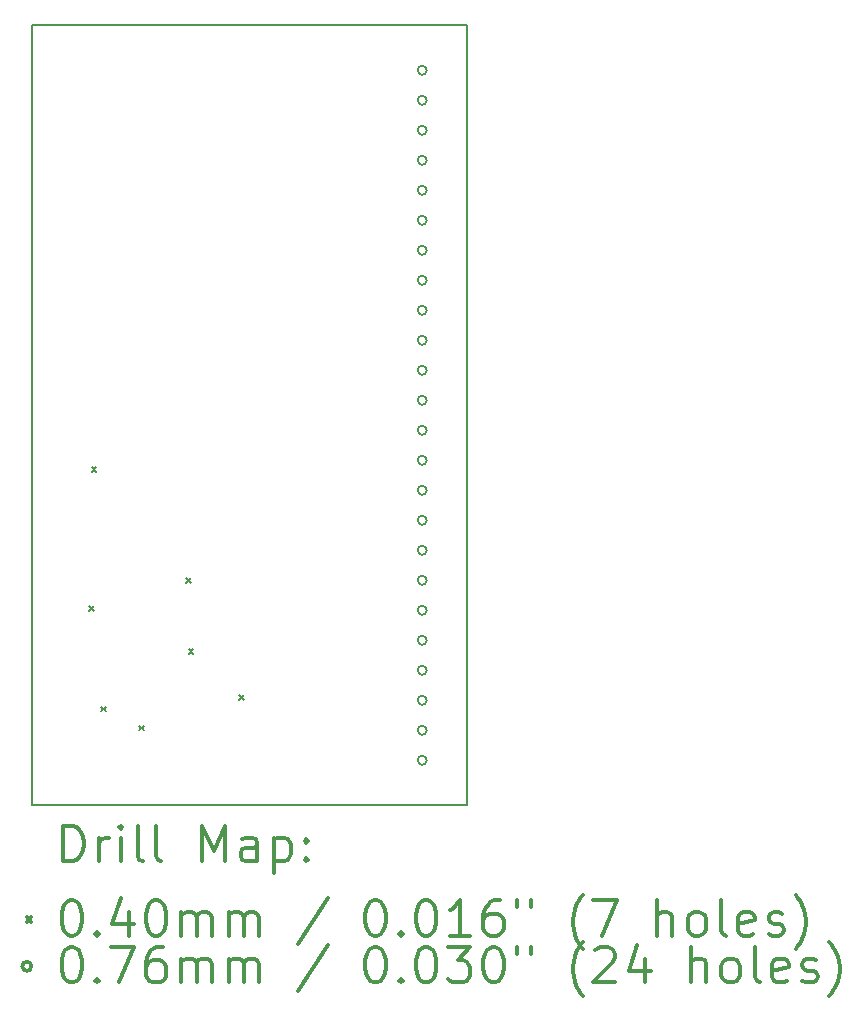
<source format=gbr>
%FSLAX45Y45*%
G04 Gerber Fmt 4.5, Leading zero omitted, Abs format (unit mm)*
G04 Created by KiCad (PCBNEW 4.0.7) date 09/10/19 22:44:37*
%MOMM*%
%LPD*%
G01*
G04 APERTURE LIST*
%ADD10C,0.127000*%
%ADD11C,0.150000*%
%ADD12C,0.200000*%
%ADD13C,0.300000*%
G04 APERTURE END LIST*
D10*
D11*
X12446000Y-5461000D02*
X12446000Y-12065000D01*
X16129000Y-5461000D02*
X12446000Y-5461000D01*
X16129000Y-12065000D02*
X12446000Y-12065000D01*
X16129000Y-5461000D02*
X16129000Y-12065000D01*
D12*
X12930000Y-10380000D02*
X12970000Y-10420000D01*
X12970000Y-10380000D02*
X12930000Y-10420000D01*
X12950000Y-9200000D02*
X12990000Y-9240000D01*
X12990000Y-9200000D02*
X12950000Y-9240000D01*
X13030000Y-11230000D02*
X13070000Y-11270000D01*
X13070000Y-11230000D02*
X13030000Y-11270000D01*
X13350000Y-11390000D02*
X13390000Y-11430000D01*
X13390000Y-11390000D02*
X13350000Y-11430000D01*
X13750000Y-10140000D02*
X13790000Y-10180000D01*
X13790000Y-10140000D02*
X13750000Y-10180000D01*
X13770000Y-10740000D02*
X13810000Y-10780000D01*
X13810000Y-10740000D02*
X13770000Y-10780000D01*
X14200000Y-11130000D02*
X14240000Y-11170000D01*
X14240000Y-11130000D02*
X14200000Y-11170000D01*
X15786100Y-5842000D02*
G75*
G03X15786100Y-5842000I-38100J0D01*
G01*
X15786100Y-6096000D02*
G75*
G03X15786100Y-6096000I-38100J0D01*
G01*
X15786100Y-6350000D02*
G75*
G03X15786100Y-6350000I-38100J0D01*
G01*
X15786100Y-6604000D02*
G75*
G03X15786100Y-6604000I-38100J0D01*
G01*
X15786100Y-6858000D02*
G75*
G03X15786100Y-6858000I-38100J0D01*
G01*
X15786100Y-7112000D02*
G75*
G03X15786100Y-7112000I-38100J0D01*
G01*
X15786100Y-7366000D02*
G75*
G03X15786100Y-7366000I-38100J0D01*
G01*
X15786100Y-7620000D02*
G75*
G03X15786100Y-7620000I-38100J0D01*
G01*
X15786100Y-7874000D02*
G75*
G03X15786100Y-7874000I-38100J0D01*
G01*
X15786100Y-8128000D02*
G75*
G03X15786100Y-8128000I-38100J0D01*
G01*
X15786100Y-8382000D02*
G75*
G03X15786100Y-8382000I-38100J0D01*
G01*
X15786100Y-8636000D02*
G75*
G03X15786100Y-8636000I-38100J0D01*
G01*
X15786100Y-8890000D02*
G75*
G03X15786100Y-8890000I-38100J0D01*
G01*
X15786100Y-9144000D02*
G75*
G03X15786100Y-9144000I-38100J0D01*
G01*
X15786100Y-9398000D02*
G75*
G03X15786100Y-9398000I-38100J0D01*
G01*
X15786100Y-9652000D02*
G75*
G03X15786100Y-9652000I-38100J0D01*
G01*
X15786100Y-9906000D02*
G75*
G03X15786100Y-9906000I-38100J0D01*
G01*
X15786100Y-10160000D02*
G75*
G03X15786100Y-10160000I-38100J0D01*
G01*
X15786100Y-10414000D02*
G75*
G03X15786100Y-10414000I-38100J0D01*
G01*
X15786100Y-10668000D02*
G75*
G03X15786100Y-10668000I-38100J0D01*
G01*
X15786100Y-10922000D02*
G75*
G03X15786100Y-10922000I-38100J0D01*
G01*
X15786100Y-11176000D02*
G75*
G03X15786100Y-11176000I-38100J0D01*
G01*
X15786100Y-11430000D02*
G75*
G03X15786100Y-11430000I-38100J0D01*
G01*
X15786100Y-11684000D02*
G75*
G03X15786100Y-11684000I-38100J0D01*
G01*
D13*
X12709928Y-12538214D02*
X12709928Y-12238214D01*
X12781357Y-12238214D01*
X12824214Y-12252500D01*
X12852786Y-12281071D01*
X12867071Y-12309643D01*
X12881357Y-12366786D01*
X12881357Y-12409643D01*
X12867071Y-12466786D01*
X12852786Y-12495357D01*
X12824214Y-12523929D01*
X12781357Y-12538214D01*
X12709928Y-12538214D01*
X13009928Y-12538214D02*
X13009928Y-12338214D01*
X13009928Y-12395357D02*
X13024214Y-12366786D01*
X13038500Y-12352500D01*
X13067071Y-12338214D01*
X13095643Y-12338214D01*
X13195643Y-12538214D02*
X13195643Y-12338214D01*
X13195643Y-12238214D02*
X13181357Y-12252500D01*
X13195643Y-12266786D01*
X13209928Y-12252500D01*
X13195643Y-12238214D01*
X13195643Y-12266786D01*
X13381357Y-12538214D02*
X13352786Y-12523929D01*
X13338500Y-12495357D01*
X13338500Y-12238214D01*
X13538500Y-12538214D02*
X13509928Y-12523929D01*
X13495643Y-12495357D01*
X13495643Y-12238214D01*
X13881357Y-12538214D02*
X13881357Y-12238214D01*
X13981357Y-12452500D01*
X14081357Y-12238214D01*
X14081357Y-12538214D01*
X14352786Y-12538214D02*
X14352786Y-12381071D01*
X14338500Y-12352500D01*
X14309928Y-12338214D01*
X14252786Y-12338214D01*
X14224214Y-12352500D01*
X14352786Y-12523929D02*
X14324214Y-12538214D01*
X14252786Y-12538214D01*
X14224214Y-12523929D01*
X14209928Y-12495357D01*
X14209928Y-12466786D01*
X14224214Y-12438214D01*
X14252786Y-12423929D01*
X14324214Y-12423929D01*
X14352786Y-12409643D01*
X14495643Y-12338214D02*
X14495643Y-12638214D01*
X14495643Y-12352500D02*
X14524214Y-12338214D01*
X14581357Y-12338214D01*
X14609928Y-12352500D01*
X14624214Y-12366786D01*
X14638500Y-12395357D01*
X14638500Y-12481071D01*
X14624214Y-12509643D01*
X14609928Y-12523929D01*
X14581357Y-12538214D01*
X14524214Y-12538214D01*
X14495643Y-12523929D01*
X14767071Y-12509643D02*
X14781357Y-12523929D01*
X14767071Y-12538214D01*
X14752786Y-12523929D01*
X14767071Y-12509643D01*
X14767071Y-12538214D01*
X14767071Y-12352500D02*
X14781357Y-12366786D01*
X14767071Y-12381071D01*
X14752786Y-12366786D01*
X14767071Y-12352500D01*
X14767071Y-12381071D01*
X12398500Y-13012500D02*
X12438500Y-13052500D01*
X12438500Y-13012500D02*
X12398500Y-13052500D01*
X12767071Y-12868214D02*
X12795643Y-12868214D01*
X12824214Y-12882500D01*
X12838500Y-12896786D01*
X12852786Y-12925357D01*
X12867071Y-12982500D01*
X12867071Y-13053929D01*
X12852786Y-13111071D01*
X12838500Y-13139643D01*
X12824214Y-13153929D01*
X12795643Y-13168214D01*
X12767071Y-13168214D01*
X12738500Y-13153929D01*
X12724214Y-13139643D01*
X12709928Y-13111071D01*
X12695643Y-13053929D01*
X12695643Y-12982500D01*
X12709928Y-12925357D01*
X12724214Y-12896786D01*
X12738500Y-12882500D01*
X12767071Y-12868214D01*
X12995643Y-13139643D02*
X13009928Y-13153929D01*
X12995643Y-13168214D01*
X12981357Y-13153929D01*
X12995643Y-13139643D01*
X12995643Y-13168214D01*
X13267071Y-12968214D02*
X13267071Y-13168214D01*
X13195643Y-12853929D02*
X13124214Y-13068214D01*
X13309928Y-13068214D01*
X13481357Y-12868214D02*
X13509928Y-12868214D01*
X13538500Y-12882500D01*
X13552786Y-12896786D01*
X13567071Y-12925357D01*
X13581357Y-12982500D01*
X13581357Y-13053929D01*
X13567071Y-13111071D01*
X13552786Y-13139643D01*
X13538500Y-13153929D01*
X13509928Y-13168214D01*
X13481357Y-13168214D01*
X13452786Y-13153929D01*
X13438500Y-13139643D01*
X13424214Y-13111071D01*
X13409928Y-13053929D01*
X13409928Y-12982500D01*
X13424214Y-12925357D01*
X13438500Y-12896786D01*
X13452786Y-12882500D01*
X13481357Y-12868214D01*
X13709928Y-13168214D02*
X13709928Y-12968214D01*
X13709928Y-12996786D02*
X13724214Y-12982500D01*
X13752786Y-12968214D01*
X13795643Y-12968214D01*
X13824214Y-12982500D01*
X13838500Y-13011071D01*
X13838500Y-13168214D01*
X13838500Y-13011071D02*
X13852786Y-12982500D01*
X13881357Y-12968214D01*
X13924214Y-12968214D01*
X13952786Y-12982500D01*
X13967071Y-13011071D01*
X13967071Y-13168214D01*
X14109928Y-13168214D02*
X14109928Y-12968214D01*
X14109928Y-12996786D02*
X14124214Y-12982500D01*
X14152786Y-12968214D01*
X14195643Y-12968214D01*
X14224214Y-12982500D01*
X14238500Y-13011071D01*
X14238500Y-13168214D01*
X14238500Y-13011071D02*
X14252786Y-12982500D01*
X14281357Y-12968214D01*
X14324214Y-12968214D01*
X14352786Y-12982500D01*
X14367071Y-13011071D01*
X14367071Y-13168214D01*
X14952786Y-12853929D02*
X14695643Y-13239643D01*
X15338500Y-12868214D02*
X15367071Y-12868214D01*
X15395643Y-12882500D01*
X15409928Y-12896786D01*
X15424214Y-12925357D01*
X15438500Y-12982500D01*
X15438500Y-13053929D01*
X15424214Y-13111071D01*
X15409928Y-13139643D01*
X15395643Y-13153929D01*
X15367071Y-13168214D01*
X15338500Y-13168214D01*
X15309928Y-13153929D01*
X15295643Y-13139643D01*
X15281357Y-13111071D01*
X15267071Y-13053929D01*
X15267071Y-12982500D01*
X15281357Y-12925357D01*
X15295643Y-12896786D01*
X15309928Y-12882500D01*
X15338500Y-12868214D01*
X15567071Y-13139643D02*
X15581357Y-13153929D01*
X15567071Y-13168214D01*
X15552786Y-13153929D01*
X15567071Y-13139643D01*
X15567071Y-13168214D01*
X15767071Y-12868214D02*
X15795643Y-12868214D01*
X15824214Y-12882500D01*
X15838500Y-12896786D01*
X15852785Y-12925357D01*
X15867071Y-12982500D01*
X15867071Y-13053929D01*
X15852785Y-13111071D01*
X15838500Y-13139643D01*
X15824214Y-13153929D01*
X15795643Y-13168214D01*
X15767071Y-13168214D01*
X15738500Y-13153929D01*
X15724214Y-13139643D01*
X15709928Y-13111071D01*
X15695643Y-13053929D01*
X15695643Y-12982500D01*
X15709928Y-12925357D01*
X15724214Y-12896786D01*
X15738500Y-12882500D01*
X15767071Y-12868214D01*
X16152785Y-13168214D02*
X15981357Y-13168214D01*
X16067071Y-13168214D02*
X16067071Y-12868214D01*
X16038500Y-12911071D01*
X16009928Y-12939643D01*
X15981357Y-12953929D01*
X16409928Y-12868214D02*
X16352785Y-12868214D01*
X16324214Y-12882500D01*
X16309928Y-12896786D01*
X16281357Y-12939643D01*
X16267071Y-12996786D01*
X16267071Y-13111071D01*
X16281357Y-13139643D01*
X16295643Y-13153929D01*
X16324214Y-13168214D01*
X16381357Y-13168214D01*
X16409928Y-13153929D01*
X16424214Y-13139643D01*
X16438500Y-13111071D01*
X16438500Y-13039643D01*
X16424214Y-13011071D01*
X16409928Y-12996786D01*
X16381357Y-12982500D01*
X16324214Y-12982500D01*
X16295643Y-12996786D01*
X16281357Y-13011071D01*
X16267071Y-13039643D01*
X16552786Y-12868214D02*
X16552786Y-12925357D01*
X16667071Y-12868214D02*
X16667071Y-12925357D01*
X17109928Y-13282500D02*
X17095643Y-13268214D01*
X17067071Y-13225357D01*
X17052786Y-13196786D01*
X17038500Y-13153929D01*
X17024214Y-13082500D01*
X17024214Y-13025357D01*
X17038500Y-12953929D01*
X17052786Y-12911071D01*
X17067071Y-12882500D01*
X17095643Y-12839643D01*
X17109928Y-12825357D01*
X17195643Y-12868214D02*
X17395643Y-12868214D01*
X17267071Y-13168214D01*
X17738500Y-13168214D02*
X17738500Y-12868214D01*
X17867071Y-13168214D02*
X17867071Y-13011071D01*
X17852786Y-12982500D01*
X17824214Y-12968214D01*
X17781357Y-12968214D01*
X17752786Y-12982500D01*
X17738500Y-12996786D01*
X18052786Y-13168214D02*
X18024214Y-13153929D01*
X18009928Y-13139643D01*
X17995643Y-13111071D01*
X17995643Y-13025357D01*
X18009928Y-12996786D01*
X18024214Y-12982500D01*
X18052786Y-12968214D01*
X18095643Y-12968214D01*
X18124214Y-12982500D01*
X18138500Y-12996786D01*
X18152786Y-13025357D01*
X18152786Y-13111071D01*
X18138500Y-13139643D01*
X18124214Y-13153929D01*
X18095643Y-13168214D01*
X18052786Y-13168214D01*
X18324214Y-13168214D02*
X18295643Y-13153929D01*
X18281357Y-13125357D01*
X18281357Y-12868214D01*
X18552786Y-13153929D02*
X18524214Y-13168214D01*
X18467071Y-13168214D01*
X18438500Y-13153929D01*
X18424214Y-13125357D01*
X18424214Y-13011071D01*
X18438500Y-12982500D01*
X18467071Y-12968214D01*
X18524214Y-12968214D01*
X18552786Y-12982500D01*
X18567071Y-13011071D01*
X18567071Y-13039643D01*
X18424214Y-13068214D01*
X18681357Y-13153929D02*
X18709929Y-13168214D01*
X18767071Y-13168214D01*
X18795643Y-13153929D01*
X18809929Y-13125357D01*
X18809929Y-13111071D01*
X18795643Y-13082500D01*
X18767071Y-13068214D01*
X18724214Y-13068214D01*
X18695643Y-13053929D01*
X18681357Y-13025357D01*
X18681357Y-13011071D01*
X18695643Y-12982500D01*
X18724214Y-12968214D01*
X18767071Y-12968214D01*
X18795643Y-12982500D01*
X18909928Y-13282500D02*
X18924214Y-13268214D01*
X18952786Y-13225357D01*
X18967071Y-13196786D01*
X18981357Y-13153929D01*
X18995643Y-13082500D01*
X18995643Y-13025357D01*
X18981357Y-12953929D01*
X18967071Y-12911071D01*
X18952786Y-12882500D01*
X18924214Y-12839643D01*
X18909928Y-12825357D01*
X12438500Y-13428500D02*
G75*
G03X12438500Y-13428500I-38100J0D01*
G01*
X12767071Y-13264214D02*
X12795643Y-13264214D01*
X12824214Y-13278500D01*
X12838500Y-13292786D01*
X12852786Y-13321357D01*
X12867071Y-13378500D01*
X12867071Y-13449929D01*
X12852786Y-13507071D01*
X12838500Y-13535643D01*
X12824214Y-13549929D01*
X12795643Y-13564214D01*
X12767071Y-13564214D01*
X12738500Y-13549929D01*
X12724214Y-13535643D01*
X12709928Y-13507071D01*
X12695643Y-13449929D01*
X12695643Y-13378500D01*
X12709928Y-13321357D01*
X12724214Y-13292786D01*
X12738500Y-13278500D01*
X12767071Y-13264214D01*
X12995643Y-13535643D02*
X13009928Y-13549929D01*
X12995643Y-13564214D01*
X12981357Y-13549929D01*
X12995643Y-13535643D01*
X12995643Y-13564214D01*
X13109928Y-13264214D02*
X13309928Y-13264214D01*
X13181357Y-13564214D01*
X13552786Y-13264214D02*
X13495643Y-13264214D01*
X13467071Y-13278500D01*
X13452786Y-13292786D01*
X13424214Y-13335643D01*
X13409928Y-13392786D01*
X13409928Y-13507071D01*
X13424214Y-13535643D01*
X13438500Y-13549929D01*
X13467071Y-13564214D01*
X13524214Y-13564214D01*
X13552786Y-13549929D01*
X13567071Y-13535643D01*
X13581357Y-13507071D01*
X13581357Y-13435643D01*
X13567071Y-13407071D01*
X13552786Y-13392786D01*
X13524214Y-13378500D01*
X13467071Y-13378500D01*
X13438500Y-13392786D01*
X13424214Y-13407071D01*
X13409928Y-13435643D01*
X13709928Y-13564214D02*
X13709928Y-13364214D01*
X13709928Y-13392786D02*
X13724214Y-13378500D01*
X13752786Y-13364214D01*
X13795643Y-13364214D01*
X13824214Y-13378500D01*
X13838500Y-13407071D01*
X13838500Y-13564214D01*
X13838500Y-13407071D02*
X13852786Y-13378500D01*
X13881357Y-13364214D01*
X13924214Y-13364214D01*
X13952786Y-13378500D01*
X13967071Y-13407071D01*
X13967071Y-13564214D01*
X14109928Y-13564214D02*
X14109928Y-13364214D01*
X14109928Y-13392786D02*
X14124214Y-13378500D01*
X14152786Y-13364214D01*
X14195643Y-13364214D01*
X14224214Y-13378500D01*
X14238500Y-13407071D01*
X14238500Y-13564214D01*
X14238500Y-13407071D02*
X14252786Y-13378500D01*
X14281357Y-13364214D01*
X14324214Y-13364214D01*
X14352786Y-13378500D01*
X14367071Y-13407071D01*
X14367071Y-13564214D01*
X14952786Y-13249929D02*
X14695643Y-13635643D01*
X15338500Y-13264214D02*
X15367071Y-13264214D01*
X15395643Y-13278500D01*
X15409928Y-13292786D01*
X15424214Y-13321357D01*
X15438500Y-13378500D01*
X15438500Y-13449929D01*
X15424214Y-13507071D01*
X15409928Y-13535643D01*
X15395643Y-13549929D01*
X15367071Y-13564214D01*
X15338500Y-13564214D01*
X15309928Y-13549929D01*
X15295643Y-13535643D01*
X15281357Y-13507071D01*
X15267071Y-13449929D01*
X15267071Y-13378500D01*
X15281357Y-13321357D01*
X15295643Y-13292786D01*
X15309928Y-13278500D01*
X15338500Y-13264214D01*
X15567071Y-13535643D02*
X15581357Y-13549929D01*
X15567071Y-13564214D01*
X15552786Y-13549929D01*
X15567071Y-13535643D01*
X15567071Y-13564214D01*
X15767071Y-13264214D02*
X15795643Y-13264214D01*
X15824214Y-13278500D01*
X15838500Y-13292786D01*
X15852785Y-13321357D01*
X15867071Y-13378500D01*
X15867071Y-13449929D01*
X15852785Y-13507071D01*
X15838500Y-13535643D01*
X15824214Y-13549929D01*
X15795643Y-13564214D01*
X15767071Y-13564214D01*
X15738500Y-13549929D01*
X15724214Y-13535643D01*
X15709928Y-13507071D01*
X15695643Y-13449929D01*
X15695643Y-13378500D01*
X15709928Y-13321357D01*
X15724214Y-13292786D01*
X15738500Y-13278500D01*
X15767071Y-13264214D01*
X15967071Y-13264214D02*
X16152785Y-13264214D01*
X16052785Y-13378500D01*
X16095643Y-13378500D01*
X16124214Y-13392786D01*
X16138500Y-13407071D01*
X16152785Y-13435643D01*
X16152785Y-13507071D01*
X16138500Y-13535643D01*
X16124214Y-13549929D01*
X16095643Y-13564214D01*
X16009928Y-13564214D01*
X15981357Y-13549929D01*
X15967071Y-13535643D01*
X16338500Y-13264214D02*
X16367071Y-13264214D01*
X16395643Y-13278500D01*
X16409928Y-13292786D01*
X16424214Y-13321357D01*
X16438500Y-13378500D01*
X16438500Y-13449929D01*
X16424214Y-13507071D01*
X16409928Y-13535643D01*
X16395643Y-13549929D01*
X16367071Y-13564214D01*
X16338500Y-13564214D01*
X16309928Y-13549929D01*
X16295643Y-13535643D01*
X16281357Y-13507071D01*
X16267071Y-13449929D01*
X16267071Y-13378500D01*
X16281357Y-13321357D01*
X16295643Y-13292786D01*
X16309928Y-13278500D01*
X16338500Y-13264214D01*
X16552786Y-13264214D02*
X16552786Y-13321357D01*
X16667071Y-13264214D02*
X16667071Y-13321357D01*
X17109928Y-13678500D02*
X17095643Y-13664214D01*
X17067071Y-13621357D01*
X17052786Y-13592786D01*
X17038500Y-13549929D01*
X17024214Y-13478500D01*
X17024214Y-13421357D01*
X17038500Y-13349929D01*
X17052786Y-13307071D01*
X17067071Y-13278500D01*
X17095643Y-13235643D01*
X17109928Y-13221357D01*
X17209928Y-13292786D02*
X17224214Y-13278500D01*
X17252786Y-13264214D01*
X17324214Y-13264214D01*
X17352786Y-13278500D01*
X17367071Y-13292786D01*
X17381357Y-13321357D01*
X17381357Y-13349929D01*
X17367071Y-13392786D01*
X17195643Y-13564214D01*
X17381357Y-13564214D01*
X17638500Y-13364214D02*
X17638500Y-13564214D01*
X17567071Y-13249929D02*
X17495643Y-13464214D01*
X17681357Y-13464214D01*
X18024214Y-13564214D02*
X18024214Y-13264214D01*
X18152786Y-13564214D02*
X18152786Y-13407071D01*
X18138500Y-13378500D01*
X18109928Y-13364214D01*
X18067071Y-13364214D01*
X18038500Y-13378500D01*
X18024214Y-13392786D01*
X18338500Y-13564214D02*
X18309928Y-13549929D01*
X18295643Y-13535643D01*
X18281357Y-13507071D01*
X18281357Y-13421357D01*
X18295643Y-13392786D01*
X18309928Y-13378500D01*
X18338500Y-13364214D01*
X18381357Y-13364214D01*
X18409928Y-13378500D01*
X18424214Y-13392786D01*
X18438500Y-13421357D01*
X18438500Y-13507071D01*
X18424214Y-13535643D01*
X18409928Y-13549929D01*
X18381357Y-13564214D01*
X18338500Y-13564214D01*
X18609928Y-13564214D02*
X18581357Y-13549929D01*
X18567071Y-13521357D01*
X18567071Y-13264214D01*
X18838500Y-13549929D02*
X18809929Y-13564214D01*
X18752786Y-13564214D01*
X18724214Y-13549929D01*
X18709929Y-13521357D01*
X18709929Y-13407071D01*
X18724214Y-13378500D01*
X18752786Y-13364214D01*
X18809929Y-13364214D01*
X18838500Y-13378500D01*
X18852786Y-13407071D01*
X18852786Y-13435643D01*
X18709929Y-13464214D01*
X18967071Y-13549929D02*
X18995643Y-13564214D01*
X19052786Y-13564214D01*
X19081357Y-13549929D01*
X19095643Y-13521357D01*
X19095643Y-13507071D01*
X19081357Y-13478500D01*
X19052786Y-13464214D01*
X19009929Y-13464214D01*
X18981357Y-13449929D01*
X18967071Y-13421357D01*
X18967071Y-13407071D01*
X18981357Y-13378500D01*
X19009929Y-13364214D01*
X19052786Y-13364214D01*
X19081357Y-13378500D01*
X19195643Y-13678500D02*
X19209929Y-13664214D01*
X19238500Y-13621357D01*
X19252786Y-13592786D01*
X19267071Y-13549929D01*
X19281357Y-13478500D01*
X19281357Y-13421357D01*
X19267071Y-13349929D01*
X19252786Y-13307071D01*
X19238500Y-13278500D01*
X19209929Y-13235643D01*
X19195643Y-13221357D01*
M02*

</source>
